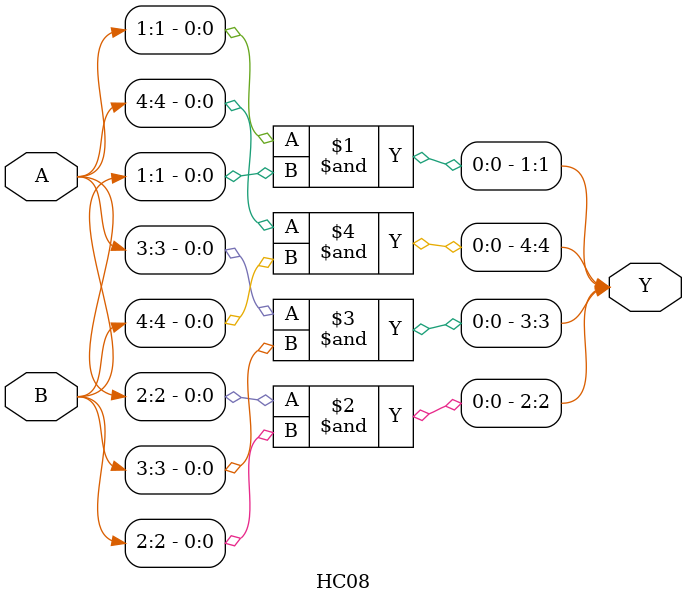
<source format=v>
module HC08(A,B,Y);
input wire[4:1]A,B;
output wire[4:1]Y;
and
gate1(Y[1],A[1],B[1]),
gate2(Y[2],A[2],B[2]),
gate3(Y[3],A[3],B[3]),
gate4(Y[4],A[4],B[4]);//74HC08 Óë ÃÅ¼¶·ç¸ñ
endmodule
</source>
